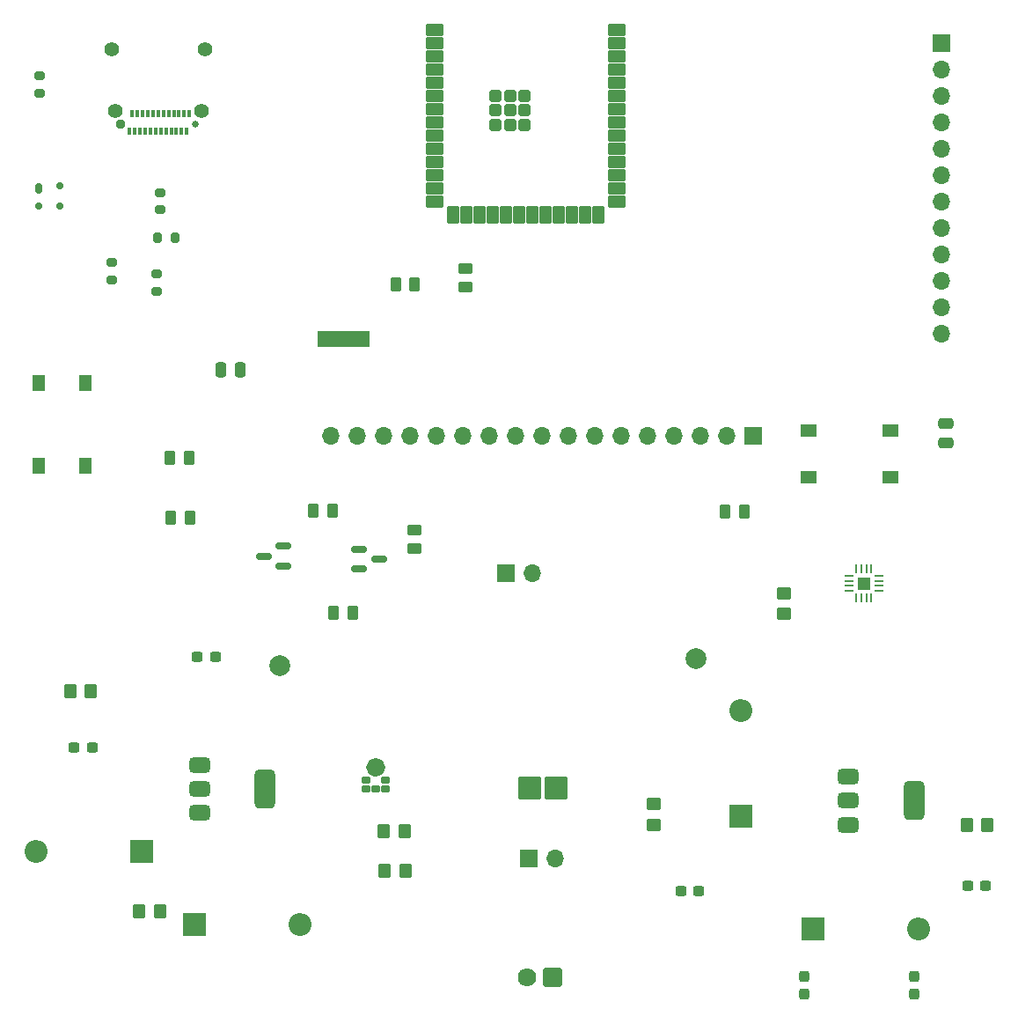
<source format=gbr>
G04 #@! TF.GenerationSoftware,KiCad,Pcbnew,9.0.0*
G04 #@! TF.CreationDate,2025-04-14T13:30:53-05:00*
G04 #@! TF.ProjectId,PlanB,506c616e-422e-46b6-9963-61645f706362,rev?*
G04 #@! TF.SameCoordinates,Original*
G04 #@! TF.FileFunction,Soldermask,Top*
G04 #@! TF.FilePolarity,Negative*
%FSLAX46Y46*%
G04 Gerber Fmt 4.6, Leading zero omitted, Abs format (unit mm)*
G04 Created by KiCad (PCBNEW 9.0.0) date 2025-04-14 13:30:53*
%MOMM*%
%LPD*%
G01*
G04 APERTURE LIST*
G04 Aperture macros list*
%AMRoundRect*
0 Rectangle with rounded corners*
0 $1 Rounding radius*
0 $2 $3 $4 $5 $6 $7 $8 $9 X,Y pos of 4 corners*
0 Add a 4 corners polygon primitive as box body*
4,1,4,$2,$3,$4,$5,$6,$7,$8,$9,$2,$3,0*
0 Add four circle primitives for the rounded corners*
1,1,$1+$1,$2,$3*
1,1,$1+$1,$4,$5*
1,1,$1+$1,$6,$7*
1,1,$1+$1,$8,$9*
0 Add four rect primitives between the rounded corners*
20,1,$1+$1,$2,$3,$4,$5,0*
20,1,$1+$1,$4,$5,$6,$7,0*
20,1,$1+$1,$6,$7,$8,$9,0*
20,1,$1+$1,$8,$9,$2,$3,0*%
%AMFreePoly0*
4,1,6,1.000000,0.000000,0.500000,-0.750000,-0.500000,-0.750000,-0.500000,0.750000,0.500000,0.750000,1.000000,0.000000,1.000000,0.000000,$1*%
G04 Aperture macros list end*
%ADD10C,0.912000*%
%ADD11RoundRect,0.102000X-0.787500X-0.787500X0.787500X-0.787500X0.787500X0.787500X-0.787500X0.787500X0*%
%ADD12C,1.779000*%
%ADD13RoundRect,0.250000X-0.450000X0.262500X-0.450000X-0.262500X0.450000X-0.262500X0.450000X0.262500X0*%
%ADD14RoundRect,0.250000X0.262500X0.450000X-0.262500X0.450000X-0.262500X-0.450000X0.262500X-0.450000X0*%
%ADD15RoundRect,0.102000X-1.000000X-1.000000X1.000000X-1.000000X1.000000X1.000000X-1.000000X1.000000X0*%
%ADD16RoundRect,0.250000X-0.262500X-0.450000X0.262500X-0.450000X0.262500X0.450000X-0.262500X0.450000X0*%
%ADD17RoundRect,0.250000X-0.350000X-0.450000X0.350000X-0.450000X0.350000X0.450000X-0.350000X0.450000X0*%
%ADD18R,2.200000X2.200000*%
%ADD19O,2.200000X2.200000*%
%ADD20RoundRect,0.237500X-0.300000X-0.237500X0.300000X-0.237500X0.300000X0.237500X-0.300000X0.237500X0*%
%ADD21C,2.000000*%
%ADD22R,1.700000X1.700000*%
%ADD23O,1.700000X1.700000*%
%ADD24RoundRect,0.250000X0.350000X0.450000X-0.350000X0.450000X-0.350000X-0.450000X0.350000X-0.450000X0*%
%ADD25RoundRect,0.250000X-0.475000X0.250000X-0.475000X-0.250000X0.475000X-0.250000X0.475000X0.250000X0*%
%ADD26RoundRect,0.200000X0.275000X-0.200000X0.275000X0.200000X-0.275000X0.200000X-0.275000X-0.200000X0*%
%ADD27RoundRect,0.250000X0.450000X-0.350000X0.450000X0.350000X-0.450000X0.350000X-0.450000X-0.350000X0*%
%ADD28RoundRect,0.250000X0.450000X-0.262500X0.450000X0.262500X-0.450000X0.262500X-0.450000X-0.262500X0*%
%ADD29R,1.300000X1.550000*%
%ADD30RoundRect,0.150000X-0.587500X-0.150000X0.587500X-0.150000X0.587500X0.150000X-0.587500X0.150000X0*%
%ADD31RoundRect,0.375000X-0.625000X-0.375000X0.625000X-0.375000X0.625000X0.375000X-0.625000X0.375000X0*%
%ADD32RoundRect,0.500000X-0.500000X-1.400000X0.500000X-1.400000X0.500000X1.400000X-0.500000X1.400000X0*%
%ADD33RoundRect,0.150000X0.587500X0.150000X-0.587500X0.150000X-0.587500X-0.150000X0.587500X-0.150000X0*%
%ADD34C,0.500000*%
%ADD35RoundRect,0.102000X0.300000X0.261000X-0.300000X0.261000X-0.300000X-0.261000X0.300000X-0.261000X0*%
%ADD36RoundRect,0.175000X-0.175000X-0.325000X0.175000X-0.325000X0.175000X0.325000X-0.175000X0.325000X0*%
%ADD37RoundRect,0.150000X-0.200000X-0.150000X0.200000X-0.150000X0.200000X0.150000X-0.200000X0.150000X0*%
%ADD38RoundRect,0.102000X-0.750000X-0.450000X0.750000X-0.450000X0.750000X0.450000X-0.750000X0.450000X0*%
%ADD39RoundRect,0.102000X-0.450000X-0.750000X0.450000X-0.750000X0.450000X0.750000X-0.450000X0.750000X0*%
%ADD40RoundRect,0.102000X-0.450000X-0.450000X0.450000X-0.450000X0.450000X0.450000X-0.450000X0.450000X0*%
%ADD41RoundRect,0.250000X-0.250000X-0.475000X0.250000X-0.475000X0.250000X0.475000X-0.250000X0.475000X0*%
%ADD42RoundRect,0.200000X-0.275000X0.200000X-0.275000X-0.200000X0.275000X-0.200000X0.275000X0.200000X0*%
%ADD43RoundRect,0.237500X0.237500X-0.300000X0.237500X0.300000X-0.237500X0.300000X-0.237500X-0.300000X0*%
%ADD44RoundRect,0.062500X-0.350000X-0.062500X0.350000X-0.062500X0.350000X0.062500X-0.350000X0.062500X0*%
%ADD45RoundRect,0.062500X-0.062500X-0.350000X0.062500X-0.350000X0.062500X0.350000X-0.062500X0.350000X0*%
%ADD46R,1.230000X1.230000*%
%ADD47RoundRect,0.237500X0.300000X0.237500X-0.300000X0.237500X-0.300000X-0.237500X0.300000X-0.237500X0*%
%ADD48FreePoly0,180.000000*%
%ADD49FreePoly0,0.000000*%
%ADD50RoundRect,0.200000X0.200000X0.275000X-0.200000X0.275000X-0.200000X-0.275000X0.200000X-0.275000X0*%
%ADD51R,1.550000X1.300000*%
%ADD52C,0.650000*%
%ADD53C,0.950000*%
%ADD54R,0.300000X0.700000*%
%ADD55C,1.400000*%
G04 APERTURE END LIST*
D10*
X111733400Y-127431800D02*
G75*
G02*
X110821400Y-127431800I-456000J0D01*
G01*
X110821400Y-127431800D02*
G75*
G02*
X111733400Y-127431800I456000J0D01*
G01*
G36*
X110688600Y-87013900D02*
G01*
X105688600Y-87013900D01*
X105688600Y-85513900D01*
X110688600Y-85513900D01*
X110688600Y-87013900D01*
G37*
D11*
X128298500Y-147616400D03*
D12*
X125798500Y-147616400D03*
D13*
X119938800Y-79453100D03*
X119938800Y-81278100D03*
D14*
X115009300Y-80975200D03*
X113184300Y-80975200D03*
D15*
X126131000Y-129426000D03*
X128631000Y-129426000D03*
D16*
X144908900Y-102844600D03*
X146733900Y-102844600D03*
D17*
X81880200Y-120103300D03*
X83880200Y-120103300D03*
D18*
X153390600Y-142951200D03*
D19*
X163550600Y-142951200D03*
D20*
X168224200Y-138856550D03*
X169949200Y-138856550D03*
D18*
X88716000Y-135473100D03*
D19*
X78556000Y-135473100D03*
D21*
X142087600Y-116967000D03*
D22*
X123799600Y-108737400D03*
D23*
X126339600Y-108737400D03*
D24*
X114131600Y-137388600D03*
X112131600Y-137388600D03*
D25*
X166166800Y-94325400D03*
X166166800Y-96225400D03*
D22*
X147574000Y-95580200D03*
D23*
X145034000Y-95580200D03*
X142494000Y-95580200D03*
X139954000Y-95580200D03*
X137414000Y-95580200D03*
X134874000Y-95580200D03*
X132334000Y-95580200D03*
X129794000Y-95580200D03*
X127254000Y-95580200D03*
X124714000Y-95580200D03*
X122174000Y-95580200D03*
X119634000Y-95580200D03*
X117094000Y-95580200D03*
X114554000Y-95580200D03*
X112014000Y-95580200D03*
X109474000Y-95580200D03*
X106934000Y-95580200D03*
D20*
X140665200Y-139344400D03*
X142390200Y-139344400D03*
D26*
X90220800Y-81660000D03*
X90220800Y-80010000D03*
D20*
X82271700Y-125538900D03*
X83996700Y-125538900D03*
D27*
X138023600Y-132978400D03*
X138023600Y-130978400D03*
D28*
X114985800Y-106426000D03*
X114985800Y-104601000D03*
D14*
X93393900Y-103454200D03*
X91568900Y-103454200D03*
D29*
X78877600Y-98437600D03*
X78877600Y-90487600D03*
X83377600Y-98437600D03*
X83377600Y-90487600D03*
D30*
X109704900Y-106452500D03*
X109704900Y-108352500D03*
X111579900Y-107402500D03*
D27*
X150571200Y-112667800D03*
X150571200Y-110667800D03*
D31*
X156768400Y-128332200D03*
X156768400Y-130632200D03*
D32*
X163068400Y-130632200D03*
D31*
X156768400Y-132932200D03*
D24*
X114030000Y-133604000D03*
X112030000Y-133604000D03*
D33*
X102405900Y-108073100D03*
X102405900Y-106173100D03*
X100530900Y-107123100D03*
D34*
X111277400Y-127431800D03*
D35*
X112177400Y-129505800D03*
X112177400Y-128683800D03*
X110377400Y-128683800D03*
X110377400Y-129505800D03*
X111277400Y-129505800D03*
D21*
X102006400Y-117664900D03*
D36*
X78883000Y-71727500D03*
D37*
X78883000Y-73427500D03*
X80883000Y-73427500D03*
X80883000Y-71527500D03*
D14*
X109063400Y-112584100D03*
X107238400Y-112584100D03*
D38*
X116953000Y-56539000D03*
X116953000Y-57809000D03*
X116953000Y-59079000D03*
X116953000Y-60349000D03*
X116953000Y-61619000D03*
X116953000Y-62889000D03*
X116953000Y-64159000D03*
X116953000Y-65429000D03*
X116953000Y-66699000D03*
X116953000Y-67969000D03*
X116953000Y-69239000D03*
X116953000Y-70509000D03*
X116953000Y-71779000D03*
X116953000Y-73049000D03*
D39*
X118718000Y-74299000D03*
X119988000Y-74299000D03*
X121258000Y-74299000D03*
X122528000Y-74299000D03*
X123798000Y-74299000D03*
X125068000Y-74299000D03*
X126338000Y-74299000D03*
X127608000Y-74299000D03*
X128878000Y-74299000D03*
X130148000Y-74299000D03*
X131418000Y-74299000D03*
X132688000Y-74299000D03*
D38*
X134453000Y-73049000D03*
X134453000Y-71779000D03*
X134453000Y-70509000D03*
X134453000Y-69239000D03*
X134453000Y-67969000D03*
X134453000Y-66699000D03*
X134453000Y-65429000D03*
X134453000Y-64159000D03*
X134453000Y-62889000D03*
X134453000Y-61619000D03*
X134453000Y-60349000D03*
X134453000Y-59079000D03*
X134453000Y-57809000D03*
X134453000Y-56539000D03*
D40*
X124203000Y-64259000D03*
X122803000Y-64259000D03*
X125603000Y-64259000D03*
X122803000Y-65659000D03*
X124203000Y-65659000D03*
X125603000Y-65659000D03*
X122803000Y-62859000D03*
X124203000Y-62859000D03*
X125603000Y-62859000D03*
D41*
X96371200Y-89159400D03*
X98271200Y-89159400D03*
D22*
X126029800Y-136220200D03*
D23*
X128569800Y-136220200D03*
D31*
X94309800Y-127175900D03*
X94309800Y-129475900D03*
D32*
X100609800Y-129475900D03*
D31*
X94309800Y-131775900D03*
D18*
X146405600Y-132156200D03*
D19*
X146405600Y-121996200D03*
D22*
X165735000Y-57810400D03*
D23*
X165735000Y-60350400D03*
X165735000Y-62890400D03*
X165735000Y-65430400D03*
X165735000Y-67970400D03*
X165735000Y-70510400D03*
X165735000Y-73050400D03*
X165735000Y-75590400D03*
X165735000Y-78130400D03*
X165735000Y-80670400D03*
X165735000Y-83210400D03*
X165735000Y-85750400D03*
D42*
X90525600Y-72174600D03*
X90525600Y-73824600D03*
D43*
X163093400Y-149225000D03*
X163093400Y-147500000D03*
D44*
X156794200Y-108982000D03*
X156794200Y-109482000D03*
X156794200Y-109982000D03*
X156794200Y-110482000D03*
D45*
X157481700Y-111169500D03*
X157981700Y-111169500D03*
X158481700Y-111169500D03*
X158981700Y-111169500D03*
D44*
X159669200Y-110482000D03*
X159669200Y-109982000D03*
X159669200Y-109482000D03*
X159669200Y-108982000D03*
D45*
X158981700Y-108294500D03*
X158481700Y-108294500D03*
X157981700Y-108294500D03*
X157481700Y-108294500D03*
D46*
X158231700Y-109732000D03*
D47*
X95833100Y-116801300D03*
X94108100Y-116801300D03*
D42*
X85902800Y-78892400D03*
X85902800Y-80542400D03*
D17*
X88509600Y-141236100D03*
X90509600Y-141236100D03*
D48*
X110188600Y-86263900D03*
D49*
X106188600Y-86263900D03*
D14*
X93317700Y-97688400D03*
X91492700Y-97688400D03*
D50*
X91934800Y-76504800D03*
X90284800Y-76504800D03*
D51*
X160845400Y-99557400D03*
X152895400Y-99557400D03*
X160845400Y-95057400D03*
X152895400Y-95057400D03*
D26*
X78943200Y-62597800D03*
X78943200Y-60947800D03*
D52*
X93947800Y-65574000D03*
D53*
X86747800Y-65574000D03*
D54*
X93097800Y-66234000D03*
X92597800Y-66234000D03*
X92097800Y-66234000D03*
X91597800Y-66234000D03*
X91097800Y-66234000D03*
X90597800Y-66234000D03*
X90097800Y-66234000D03*
X89597800Y-66234000D03*
X89097800Y-66234000D03*
X88597800Y-66234000D03*
X88097800Y-66234000D03*
X87597800Y-66234000D03*
X87847800Y-64534000D03*
X88347800Y-64534000D03*
X88847800Y-64534000D03*
X89347800Y-64534000D03*
X89847800Y-64534000D03*
X90347800Y-64534000D03*
X90847800Y-64534000D03*
X91347800Y-64534000D03*
X91847800Y-64534000D03*
X92347800Y-64534000D03*
X92847800Y-64534000D03*
X93347800Y-64534000D03*
D55*
X94837800Y-58374000D03*
X94477800Y-64324000D03*
X86217800Y-64324000D03*
X85857800Y-58374000D03*
D17*
X168137500Y-132989150D03*
X170137500Y-132989150D03*
D18*
X93853000Y-142506100D03*
D19*
X104013000Y-142506100D03*
D16*
X105284500Y-102754300D03*
X107109500Y-102754300D03*
D43*
X152527000Y-149225000D03*
X152527000Y-147500000D03*
M02*

</source>
